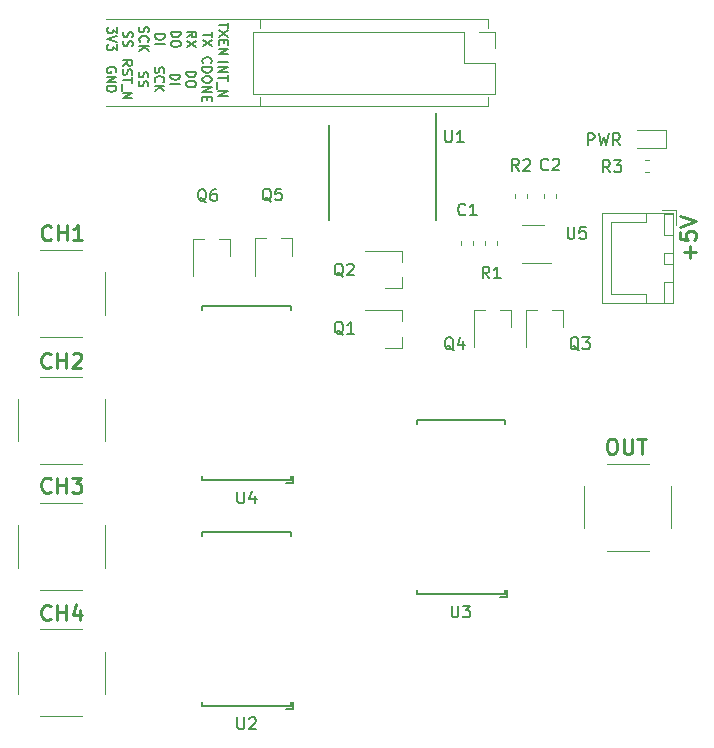
<source format=gbr>
G04 #@! TF.GenerationSoftware,KiCad,Pcbnew,(5.1.2)-2*
G04 #@! TF.CreationDate,2019-07-30T15:31:29+08:00*
G04 #@! TF.ProjectId,HF3,4846332e-6b69-4636-9164-5f7063625858,rev?*
G04 #@! TF.SameCoordinates,Original*
G04 #@! TF.FileFunction,Legend,Top*
G04 #@! TF.FilePolarity,Positive*
%FSLAX46Y46*%
G04 Gerber Fmt 4.6, Leading zero omitted, Abs format (unit mm)*
G04 Created by KiCad (PCBNEW (5.1.2)-2) date 2019-07-30 15:31:29*
%MOMM*%
%LPD*%
G04 APERTURE LIST*
%ADD10C,0.120000*%
%ADD11C,0.150000*%
%ADD12C,0.250000*%
G04 APERTURE END LIST*
D10*
X156972000Y-91948000D02*
X156972000Y-91236800D01*
X176326800Y-91998800D02*
X176326800Y-91236800D01*
X143916400Y-91998800D02*
X176326800Y-91998800D01*
X157022800Y-84683600D02*
X157022800Y-85445600D01*
X176326800Y-84632800D02*
X176326800Y-85394800D01*
X143916400Y-84632800D02*
X176326800Y-84632800D01*
D11*
X153461095Y-88315980D02*
X154261095Y-88315980D01*
X153461095Y-88696933D02*
X154261095Y-88696933D01*
X153461095Y-89154076D01*
X154261095Y-89154076D01*
X154261095Y-89420742D02*
X154261095Y-89877885D01*
X153461095Y-89649314D02*
X154261095Y-89649314D01*
X153384904Y-89954076D02*
X153384904Y-90563600D01*
X153461095Y-90754076D02*
X154261095Y-90754076D01*
X153461095Y-91211219D01*
X154261095Y-91211219D01*
X152187285Y-88411219D02*
X152149190Y-88373123D01*
X152111095Y-88258838D01*
X152111095Y-88182647D01*
X152149190Y-88068361D01*
X152225380Y-87992171D01*
X152301571Y-87954076D01*
X152453952Y-87915980D01*
X152568238Y-87915980D01*
X152720619Y-87954076D01*
X152796809Y-87992171D01*
X152873000Y-88068361D01*
X152911095Y-88182647D01*
X152911095Y-88258838D01*
X152873000Y-88373123D01*
X152834904Y-88411219D01*
X152111095Y-88754076D02*
X152911095Y-88754076D01*
X152911095Y-88944552D01*
X152873000Y-89058838D01*
X152796809Y-89135028D01*
X152720619Y-89173123D01*
X152568238Y-89211219D01*
X152453952Y-89211219D01*
X152301571Y-89173123D01*
X152225380Y-89135028D01*
X152149190Y-89058838D01*
X152111095Y-88944552D01*
X152111095Y-88754076D01*
X152911095Y-89706457D02*
X152911095Y-89858838D01*
X152873000Y-89935028D01*
X152796809Y-90011219D01*
X152644428Y-90049314D01*
X152377761Y-90049314D01*
X152225380Y-90011219D01*
X152149190Y-89935028D01*
X152111095Y-89858838D01*
X152111095Y-89706457D01*
X152149190Y-89630266D01*
X152225380Y-89554076D01*
X152377761Y-89515980D01*
X152644428Y-89515980D01*
X152796809Y-89554076D01*
X152873000Y-89630266D01*
X152911095Y-89706457D01*
X152111095Y-90392171D02*
X152911095Y-90392171D01*
X152111095Y-90849314D01*
X152911095Y-90849314D01*
X152530142Y-91230266D02*
X152530142Y-91496933D01*
X152111095Y-91611219D02*
X152111095Y-91230266D01*
X152911095Y-91230266D01*
X152911095Y-91611219D01*
X150761095Y-89135028D02*
X151561095Y-89135028D01*
X151561095Y-89325504D01*
X151523000Y-89439790D01*
X151446809Y-89515980D01*
X151370619Y-89554076D01*
X151218238Y-89592171D01*
X151103952Y-89592171D01*
X150951571Y-89554076D01*
X150875380Y-89515980D01*
X150799190Y-89439790D01*
X150761095Y-89325504D01*
X150761095Y-89135028D01*
X151561095Y-90087409D02*
X151561095Y-90239790D01*
X151523000Y-90315980D01*
X151446809Y-90392171D01*
X151294428Y-90430266D01*
X151027761Y-90430266D01*
X150875380Y-90392171D01*
X150799190Y-90315980D01*
X150761095Y-90239790D01*
X150761095Y-90087409D01*
X150799190Y-90011219D01*
X150875380Y-89935028D01*
X151027761Y-89896933D01*
X151294428Y-89896933D01*
X151446809Y-89935028D01*
X151523000Y-90011219D01*
X151561095Y-90087409D01*
X149411095Y-89363600D02*
X150211095Y-89363600D01*
X150211095Y-89554076D01*
X150173000Y-89668361D01*
X150096809Y-89744552D01*
X150020619Y-89782647D01*
X149868238Y-89820742D01*
X149753952Y-89820742D01*
X149601571Y-89782647D01*
X149525380Y-89744552D01*
X149449190Y-89668361D01*
X149411095Y-89554076D01*
X149411095Y-89363600D01*
X149411095Y-90163600D02*
X150211095Y-90163600D01*
X148099190Y-88735028D02*
X148061095Y-88849314D01*
X148061095Y-89039790D01*
X148099190Y-89115980D01*
X148137285Y-89154076D01*
X148213476Y-89192171D01*
X148289666Y-89192171D01*
X148365857Y-89154076D01*
X148403952Y-89115980D01*
X148442047Y-89039790D01*
X148480142Y-88887409D01*
X148518238Y-88811219D01*
X148556333Y-88773123D01*
X148632523Y-88735028D01*
X148708714Y-88735028D01*
X148784904Y-88773123D01*
X148823000Y-88811219D01*
X148861095Y-88887409D01*
X148861095Y-89077885D01*
X148823000Y-89192171D01*
X148137285Y-89992171D02*
X148099190Y-89954076D01*
X148061095Y-89839790D01*
X148061095Y-89763600D01*
X148099190Y-89649314D01*
X148175380Y-89573123D01*
X148251571Y-89535028D01*
X148403952Y-89496933D01*
X148518238Y-89496933D01*
X148670619Y-89535028D01*
X148746809Y-89573123D01*
X148823000Y-89649314D01*
X148861095Y-89763600D01*
X148861095Y-89839790D01*
X148823000Y-89954076D01*
X148784904Y-89992171D01*
X148061095Y-90335028D02*
X148861095Y-90335028D01*
X148061095Y-90792171D02*
X148518238Y-90449314D01*
X148861095Y-90792171D02*
X148403952Y-90335028D01*
X146749190Y-89154076D02*
X146711095Y-89268361D01*
X146711095Y-89458838D01*
X146749190Y-89535028D01*
X146787285Y-89573123D01*
X146863476Y-89611219D01*
X146939666Y-89611219D01*
X147015857Y-89573123D01*
X147053952Y-89535028D01*
X147092047Y-89458838D01*
X147130142Y-89306457D01*
X147168238Y-89230266D01*
X147206333Y-89192171D01*
X147282523Y-89154076D01*
X147358714Y-89154076D01*
X147434904Y-89192171D01*
X147473000Y-89230266D01*
X147511095Y-89306457D01*
X147511095Y-89496933D01*
X147473000Y-89611219D01*
X146749190Y-89915980D02*
X146711095Y-90030266D01*
X146711095Y-90220742D01*
X146749190Y-90296933D01*
X146787285Y-90335028D01*
X146863476Y-90373123D01*
X146939666Y-90373123D01*
X147015857Y-90335028D01*
X147053952Y-90296933D01*
X147092047Y-90220742D01*
X147130142Y-90068361D01*
X147168238Y-89992171D01*
X147206333Y-89954076D01*
X147282523Y-89915980D01*
X147358714Y-89915980D01*
X147434904Y-89954076D01*
X147473000Y-89992171D01*
X147511095Y-90068361D01*
X147511095Y-90258838D01*
X147473000Y-90373123D01*
X145361095Y-88601695D02*
X145742047Y-88335028D01*
X145361095Y-88144552D02*
X146161095Y-88144552D01*
X146161095Y-88449314D01*
X146123000Y-88525504D01*
X146084904Y-88563600D01*
X146008714Y-88601695D01*
X145894428Y-88601695D01*
X145818238Y-88563600D01*
X145780142Y-88525504D01*
X145742047Y-88449314D01*
X145742047Y-88144552D01*
X145399190Y-88906457D02*
X145361095Y-89020742D01*
X145361095Y-89211219D01*
X145399190Y-89287409D01*
X145437285Y-89325504D01*
X145513476Y-89363600D01*
X145589666Y-89363600D01*
X145665857Y-89325504D01*
X145703952Y-89287409D01*
X145742047Y-89211219D01*
X145780142Y-89058838D01*
X145818238Y-88982647D01*
X145856333Y-88944552D01*
X145932523Y-88906457D01*
X146008714Y-88906457D01*
X146084904Y-88944552D01*
X146123000Y-88982647D01*
X146161095Y-89058838D01*
X146161095Y-89249314D01*
X146123000Y-89363600D01*
X146161095Y-89592171D02*
X146161095Y-90049314D01*
X145361095Y-89820742D02*
X146161095Y-89820742D01*
X145284904Y-90125504D02*
X145284904Y-90735028D01*
X145361095Y-90925504D02*
X146161095Y-90925504D01*
X145361095Y-91382647D01*
X146161095Y-91382647D01*
X144773000Y-89154076D02*
X144811095Y-89077885D01*
X144811095Y-88963600D01*
X144773000Y-88849314D01*
X144696809Y-88773123D01*
X144620619Y-88735028D01*
X144468238Y-88696933D01*
X144353952Y-88696933D01*
X144201571Y-88735028D01*
X144125380Y-88773123D01*
X144049190Y-88849314D01*
X144011095Y-88963600D01*
X144011095Y-89039790D01*
X144049190Y-89154076D01*
X144087285Y-89192171D01*
X144353952Y-89192171D01*
X144353952Y-89039790D01*
X144011095Y-89535028D02*
X144811095Y-89535028D01*
X144011095Y-89992171D01*
X144811095Y-89992171D01*
X144011095Y-90373123D02*
X144811095Y-90373123D01*
X144811095Y-90563600D01*
X144773000Y-90677885D01*
X144696809Y-90754076D01*
X144620619Y-90792171D01*
X144468238Y-90830266D01*
X144353952Y-90830266D01*
X144201571Y-90792171D01*
X144125380Y-90754076D01*
X144049190Y-90677885D01*
X144011095Y-90563600D01*
X144011095Y-90373123D01*
X154311895Y-84969523D02*
X154311895Y-85426666D01*
X153511895Y-85198095D02*
X154311895Y-85198095D01*
X154311895Y-85617142D02*
X153511895Y-86150476D01*
X154311895Y-86150476D02*
X153511895Y-85617142D01*
X153930942Y-86455238D02*
X153930942Y-86721904D01*
X153511895Y-86836190D02*
X153511895Y-86455238D01*
X154311895Y-86455238D01*
X154311895Y-86836190D01*
X153511895Y-87179047D02*
X154311895Y-87179047D01*
X153511895Y-87636190D01*
X154311895Y-87636190D01*
X152961895Y-85750476D02*
X152961895Y-86207619D01*
X152161895Y-85979047D02*
X152961895Y-85979047D01*
X152961895Y-86398095D02*
X152161895Y-86931428D01*
X152961895Y-86931428D02*
X152161895Y-86398095D01*
X150811895Y-86226666D02*
X151192847Y-85960000D01*
X150811895Y-85769523D02*
X151611895Y-85769523D01*
X151611895Y-86074285D01*
X151573800Y-86150476D01*
X151535704Y-86188571D01*
X151459514Y-86226666D01*
X151345228Y-86226666D01*
X151269038Y-86188571D01*
X151230942Y-86150476D01*
X151192847Y-86074285D01*
X151192847Y-85769523D01*
X151611895Y-86493333D02*
X150811895Y-87026666D01*
X151611895Y-87026666D02*
X150811895Y-86493333D01*
X149461895Y-85731428D02*
X150261895Y-85731428D01*
X150261895Y-85921904D01*
X150223800Y-86036190D01*
X150147609Y-86112380D01*
X150071419Y-86150476D01*
X149919038Y-86188571D01*
X149804752Y-86188571D01*
X149652371Y-86150476D01*
X149576180Y-86112380D01*
X149499990Y-86036190D01*
X149461895Y-85921904D01*
X149461895Y-85731428D01*
X150261895Y-86683809D02*
X150261895Y-86836190D01*
X150223800Y-86912380D01*
X150147609Y-86988571D01*
X149995228Y-87026666D01*
X149728561Y-87026666D01*
X149576180Y-86988571D01*
X149499990Y-86912380D01*
X149461895Y-86836190D01*
X149461895Y-86683809D01*
X149499990Y-86607619D01*
X149576180Y-86531428D01*
X149728561Y-86493333D01*
X149995228Y-86493333D01*
X150147609Y-86531428D01*
X150223800Y-86607619D01*
X150261895Y-86683809D01*
X148111895Y-85960000D02*
X148911895Y-85960000D01*
X148911895Y-86150476D01*
X148873800Y-86264761D01*
X148797609Y-86340952D01*
X148721419Y-86379047D01*
X148569038Y-86417142D01*
X148454752Y-86417142D01*
X148302371Y-86379047D01*
X148226180Y-86340952D01*
X148149990Y-86264761D01*
X148111895Y-86150476D01*
X148111895Y-85960000D01*
X148111895Y-86760000D02*
X148911895Y-86760000D01*
X146799990Y-85331428D02*
X146761895Y-85445714D01*
X146761895Y-85636190D01*
X146799990Y-85712380D01*
X146838085Y-85750476D01*
X146914276Y-85788571D01*
X146990466Y-85788571D01*
X147066657Y-85750476D01*
X147104752Y-85712380D01*
X147142847Y-85636190D01*
X147180942Y-85483809D01*
X147219038Y-85407619D01*
X147257133Y-85369523D01*
X147333323Y-85331428D01*
X147409514Y-85331428D01*
X147485704Y-85369523D01*
X147523800Y-85407619D01*
X147561895Y-85483809D01*
X147561895Y-85674285D01*
X147523800Y-85788571D01*
X146838085Y-86588571D02*
X146799990Y-86550476D01*
X146761895Y-86436190D01*
X146761895Y-86360000D01*
X146799990Y-86245714D01*
X146876180Y-86169523D01*
X146952371Y-86131428D01*
X147104752Y-86093333D01*
X147219038Y-86093333D01*
X147371419Y-86131428D01*
X147447609Y-86169523D01*
X147523800Y-86245714D01*
X147561895Y-86360000D01*
X147561895Y-86436190D01*
X147523800Y-86550476D01*
X147485704Y-86588571D01*
X146761895Y-86931428D02*
X147561895Y-86931428D01*
X146761895Y-87388571D02*
X147219038Y-87045714D01*
X147561895Y-87388571D02*
X147104752Y-86931428D01*
X145449990Y-85750476D02*
X145411895Y-85864761D01*
X145411895Y-86055238D01*
X145449990Y-86131428D01*
X145488085Y-86169523D01*
X145564276Y-86207619D01*
X145640466Y-86207619D01*
X145716657Y-86169523D01*
X145754752Y-86131428D01*
X145792847Y-86055238D01*
X145830942Y-85902857D01*
X145869038Y-85826666D01*
X145907133Y-85788571D01*
X145983323Y-85750476D01*
X146059514Y-85750476D01*
X146135704Y-85788571D01*
X146173800Y-85826666D01*
X146211895Y-85902857D01*
X146211895Y-86093333D01*
X146173800Y-86207619D01*
X145449990Y-86512380D02*
X145411895Y-86626666D01*
X145411895Y-86817142D01*
X145449990Y-86893333D01*
X145488085Y-86931428D01*
X145564276Y-86969523D01*
X145640466Y-86969523D01*
X145716657Y-86931428D01*
X145754752Y-86893333D01*
X145792847Y-86817142D01*
X145830942Y-86664761D01*
X145869038Y-86588571D01*
X145907133Y-86550476D01*
X145983323Y-86512380D01*
X146059514Y-86512380D01*
X146135704Y-86550476D01*
X146173800Y-86588571D01*
X146211895Y-86664761D01*
X146211895Y-86855238D01*
X146173800Y-86969523D01*
X144861895Y-85369523D02*
X144861895Y-85864761D01*
X144557133Y-85598095D01*
X144557133Y-85712380D01*
X144519038Y-85788571D01*
X144480942Y-85826666D01*
X144404752Y-85864761D01*
X144214276Y-85864761D01*
X144138085Y-85826666D01*
X144099990Y-85788571D01*
X144061895Y-85712380D01*
X144061895Y-85483809D01*
X144099990Y-85407619D01*
X144138085Y-85369523D01*
X144861895Y-86093333D02*
X144061895Y-86360000D01*
X144861895Y-86626666D01*
X144861895Y-86817142D02*
X144861895Y-87312380D01*
X144557133Y-87045714D01*
X144557133Y-87160000D01*
X144519038Y-87236190D01*
X144480942Y-87274285D01*
X144404752Y-87312380D01*
X144214276Y-87312380D01*
X144138085Y-87274285D01*
X144099990Y-87236190D01*
X144061895Y-87160000D01*
X144061895Y-86931428D01*
X144099990Y-86855238D01*
X144138085Y-86817142D01*
D10*
X189555333Y-97588800D02*
X189897867Y-97588800D01*
X189555333Y-96568800D02*
X189897867Y-96568800D01*
X191372600Y-94083200D02*
X188912600Y-94083200D01*
X191372600Y-95553200D02*
X191372600Y-94083200D01*
X188912600Y-95553200D02*
X191372600Y-95553200D01*
X156429400Y-85792000D02*
X156429400Y-90992000D01*
X174269400Y-85792000D02*
X156429400Y-85792000D01*
X176869400Y-90992000D02*
X156429400Y-90992000D01*
X174269400Y-85792000D02*
X174269400Y-88392000D01*
X174269400Y-88392000D02*
X176869400Y-88392000D01*
X176869400Y-88392000D02*
X176869400Y-90992000D01*
X175539400Y-85792000D02*
X176869400Y-85792000D01*
X176869400Y-85792000D02*
X176869400Y-87122000D01*
X154437200Y-103278400D02*
X154437200Y-104738400D01*
X151277200Y-103278400D02*
X151277200Y-106438400D01*
X151277200Y-103278400D02*
X152207200Y-103278400D01*
X154437200Y-103278400D02*
X153507200Y-103278400D01*
X159720400Y-103227600D02*
X159720400Y-104687600D01*
X156560400Y-103227600D02*
X156560400Y-106387600D01*
X156560400Y-103227600D02*
X157490400Y-103227600D01*
X159720400Y-103227600D02*
X158790400Y-103227600D01*
X178262400Y-109298200D02*
X178262400Y-110758200D01*
X175102400Y-109298200D02*
X175102400Y-112458200D01*
X175102400Y-109298200D02*
X176032400Y-109298200D01*
X178262400Y-109298200D02*
X177332400Y-109298200D01*
X182656600Y-109298200D02*
X182656600Y-110758200D01*
X179496600Y-109298200D02*
X179496600Y-112458200D01*
X179496600Y-109298200D02*
X180426600Y-109298200D01*
X182656600Y-109298200D02*
X181726600Y-109298200D01*
X169035000Y-107472600D02*
X167575000Y-107472600D01*
X169035000Y-104312600D02*
X165875000Y-104312600D01*
X169035000Y-104312600D02*
X169035000Y-105242600D01*
X169035000Y-107472600D02*
X169035000Y-106542600D01*
X169035000Y-112501800D02*
X167575000Y-112501800D01*
X169035000Y-109341800D02*
X165875000Y-109341800D01*
X169035000Y-109341800D02*
X169035000Y-110271800D01*
X169035000Y-112501800D02*
X169035000Y-111571800D01*
X175058800Y-103460733D02*
X175058800Y-103803267D01*
X174038800Y-103460733D02*
X174038800Y-103803267D01*
X181049200Y-99472933D02*
X181049200Y-99815467D01*
X182069200Y-99472933D02*
X182069200Y-99815467D01*
X191944000Y-101122800D02*
X185974000Y-101122800D01*
X185974000Y-101122800D02*
X185974000Y-108742800D01*
X185974000Y-108742800D02*
X191944000Y-108742800D01*
X191944000Y-108742800D02*
X191944000Y-101122800D01*
X191934000Y-104432800D02*
X191184000Y-104432800D01*
X191184000Y-104432800D02*
X191184000Y-105432800D01*
X191184000Y-105432800D02*
X191934000Y-105432800D01*
X191934000Y-105432800D02*
X191934000Y-104432800D01*
X191934000Y-101132800D02*
X191184000Y-101132800D01*
X191184000Y-101132800D02*
X191184000Y-102932800D01*
X191184000Y-102932800D02*
X191934000Y-102932800D01*
X191934000Y-102932800D02*
X191934000Y-101132800D01*
X191934000Y-106932800D02*
X191184000Y-106932800D01*
X191184000Y-106932800D02*
X191184000Y-108732800D01*
X191184000Y-108732800D02*
X191934000Y-108732800D01*
X191934000Y-108732800D02*
X191934000Y-106932800D01*
X189684000Y-101132800D02*
X189684000Y-101882800D01*
X189684000Y-101882800D02*
X186734000Y-101882800D01*
X186734000Y-101882800D02*
X186734000Y-104932800D01*
X189684000Y-108732800D02*
X189684000Y-107982800D01*
X189684000Y-107982800D02*
X186734000Y-107982800D01*
X186734000Y-107982800D02*
X186734000Y-104932800D01*
X192234000Y-102082800D02*
X192234000Y-100832800D01*
X192234000Y-100832800D02*
X190984000Y-100832800D01*
X138357200Y-136350200D02*
X141957200Y-136350200D01*
X138357200Y-143710200D02*
X141957200Y-143710200D01*
X143837200Y-138230200D02*
X143837200Y-141830200D01*
X136477200Y-138230200D02*
X136477200Y-141830200D01*
X136477200Y-127528332D02*
X136477200Y-131128332D01*
X143837200Y-127528332D02*
X143837200Y-131128332D01*
X138357200Y-133008332D02*
X141957200Y-133008332D01*
X138357200Y-125648332D02*
X141957200Y-125648332D01*
X186337800Y-122304000D02*
X189937800Y-122304000D01*
X186337800Y-129664000D02*
X189937800Y-129664000D01*
X191817800Y-124184000D02*
X191817800Y-127784000D01*
X184457800Y-124184000D02*
X184457800Y-127784000D01*
X141957200Y-122306466D02*
X138357200Y-122306466D01*
X141957200Y-114946466D02*
X138357200Y-114946466D01*
X136477200Y-120426466D02*
X136477200Y-116826466D01*
X143837200Y-120426466D02*
X143837200Y-116826466D01*
X143837200Y-109724600D02*
X143837200Y-106124600D01*
X136477200Y-109724600D02*
X136477200Y-106124600D01*
X141957200Y-104244600D02*
X138357200Y-104244600D01*
X141957200Y-111604600D02*
X138357200Y-111604600D01*
X177040000Y-103803267D02*
X177040000Y-103460733D01*
X176020000Y-103803267D02*
X176020000Y-103460733D01*
X178560000Y-99840867D02*
X178560000Y-99498333D01*
X179580000Y-99840867D02*
X179580000Y-99498333D01*
D11*
X171860600Y-92637600D02*
X171860600Y-101637600D01*
X162860600Y-93637600D02*
X162860600Y-101637600D01*
X159305200Y-143058200D02*
X159205200Y-143058200D01*
X152105200Y-128358200D02*
X152105200Y-128458200D01*
X159605200Y-128058200D02*
X159605200Y-128458200D01*
X152105200Y-128058200D02*
X159605200Y-128058200D01*
X152105200Y-128358200D02*
X152105200Y-128058200D01*
X159805200Y-143058200D02*
X159305200Y-143058200D01*
X159805200Y-142458200D02*
X159805200Y-143058200D01*
X159605200Y-142858200D02*
X159605200Y-142458200D01*
X152105200Y-142858200D02*
X159605200Y-142858200D01*
X152105200Y-142458200D02*
X152105200Y-142858200D01*
X177440800Y-133584000D02*
X177340800Y-133584000D01*
X170240800Y-118884000D02*
X170240800Y-118984000D01*
X177740800Y-118584000D02*
X177740800Y-118984000D01*
X170240800Y-118584000D02*
X177740800Y-118584000D01*
X170240800Y-118884000D02*
X170240800Y-118584000D01*
X177940800Y-133584000D02*
X177440800Y-133584000D01*
X177940800Y-132984000D02*
X177940800Y-133584000D01*
X177740800Y-133384000D02*
X177740800Y-132984000D01*
X170240800Y-133384000D02*
X177740800Y-133384000D01*
X170240800Y-132984000D02*
X170240800Y-133384000D01*
X152105200Y-123332000D02*
X152105200Y-123732000D01*
X152105200Y-123732000D02*
X159605200Y-123732000D01*
X159605200Y-123732000D02*
X159605200Y-123332000D01*
X159805200Y-123332000D02*
X159805200Y-123932000D01*
X159805200Y-123932000D02*
X159305200Y-123932000D01*
X152105200Y-109232000D02*
X152105200Y-108932000D01*
X152105200Y-108932000D02*
X159605200Y-108932000D01*
X159605200Y-108932000D02*
X159605200Y-109332000D01*
X152105200Y-109232000D02*
X152105200Y-109332000D01*
X159305200Y-123932000D02*
X159205200Y-123932000D01*
D10*
X181007600Y-102088000D02*
X179207600Y-102088000D01*
X179207600Y-105308000D02*
X181657600Y-105308000D01*
D11*
X186624933Y-97632780D02*
X186291600Y-97156590D01*
X186053504Y-97632780D02*
X186053504Y-96632780D01*
X186434457Y-96632780D01*
X186529695Y-96680400D01*
X186577314Y-96728019D01*
X186624933Y-96823257D01*
X186624933Y-96966114D01*
X186577314Y-97061352D01*
X186529695Y-97108971D01*
X186434457Y-97156590D01*
X186053504Y-97156590D01*
X186958266Y-96632780D02*
X187577314Y-96632780D01*
X187243980Y-97013733D01*
X187386838Y-97013733D01*
X187482076Y-97061352D01*
X187529695Y-97108971D01*
X187577314Y-97204209D01*
X187577314Y-97442304D01*
X187529695Y-97537542D01*
X187482076Y-97585161D01*
X187386838Y-97632780D01*
X187101123Y-97632780D01*
X187005885Y-97585161D01*
X186958266Y-97537542D01*
X184747066Y-95346780D02*
X184747066Y-94346780D01*
X185128019Y-94346780D01*
X185223257Y-94394400D01*
X185270876Y-94442019D01*
X185318495Y-94537257D01*
X185318495Y-94680114D01*
X185270876Y-94775352D01*
X185223257Y-94822971D01*
X185128019Y-94870590D01*
X184747066Y-94870590D01*
X185651828Y-94346780D02*
X185889923Y-95346780D01*
X186080400Y-94632495D01*
X186270876Y-95346780D01*
X186508971Y-94346780D01*
X187461352Y-95346780D02*
X187128019Y-94870590D01*
X186889923Y-95346780D02*
X186889923Y-94346780D01*
X187270876Y-94346780D01*
X187366114Y-94394400D01*
X187413733Y-94442019D01*
X187461352Y-94537257D01*
X187461352Y-94680114D01*
X187413733Y-94775352D01*
X187366114Y-94822971D01*
X187270876Y-94870590D01*
X186889923Y-94870590D01*
X152457161Y-100166419D02*
X152361923Y-100118800D01*
X152266685Y-100023561D01*
X152123828Y-99880704D01*
X152028590Y-99833085D01*
X151933352Y-99833085D01*
X151980971Y-100071180D02*
X151885733Y-100023561D01*
X151790495Y-99928323D01*
X151742876Y-99737847D01*
X151742876Y-99404514D01*
X151790495Y-99214038D01*
X151885733Y-99118800D01*
X151980971Y-99071180D01*
X152171447Y-99071180D01*
X152266685Y-99118800D01*
X152361923Y-99214038D01*
X152409542Y-99404514D01*
X152409542Y-99737847D01*
X152361923Y-99928323D01*
X152266685Y-100023561D01*
X152171447Y-100071180D01*
X151980971Y-100071180D01*
X153266685Y-99071180D02*
X153076209Y-99071180D01*
X152980971Y-99118800D01*
X152933352Y-99166419D01*
X152838114Y-99309276D01*
X152790495Y-99499752D01*
X152790495Y-99880704D01*
X152838114Y-99975942D01*
X152885733Y-100023561D01*
X152980971Y-100071180D01*
X153171447Y-100071180D01*
X153266685Y-100023561D01*
X153314304Y-99975942D01*
X153361923Y-99880704D01*
X153361923Y-99642609D01*
X153314304Y-99547371D01*
X153266685Y-99499752D01*
X153171447Y-99452133D01*
X152980971Y-99452133D01*
X152885733Y-99499752D01*
X152838114Y-99547371D01*
X152790495Y-99642609D01*
X157943561Y-100115619D02*
X157848323Y-100068000D01*
X157753085Y-99972761D01*
X157610228Y-99829904D01*
X157514990Y-99782285D01*
X157419752Y-99782285D01*
X157467371Y-100020380D02*
X157372133Y-99972761D01*
X157276895Y-99877523D01*
X157229276Y-99687047D01*
X157229276Y-99353714D01*
X157276895Y-99163238D01*
X157372133Y-99068000D01*
X157467371Y-99020380D01*
X157657847Y-99020380D01*
X157753085Y-99068000D01*
X157848323Y-99163238D01*
X157895942Y-99353714D01*
X157895942Y-99687047D01*
X157848323Y-99877523D01*
X157753085Y-99972761D01*
X157657847Y-100020380D01*
X157467371Y-100020380D01*
X158800704Y-99020380D02*
X158324514Y-99020380D01*
X158276895Y-99496571D01*
X158324514Y-99448952D01*
X158419752Y-99401333D01*
X158657847Y-99401333D01*
X158753085Y-99448952D01*
X158800704Y-99496571D01*
X158848323Y-99591809D01*
X158848323Y-99829904D01*
X158800704Y-99925142D01*
X158753085Y-99972761D01*
X158657847Y-100020380D01*
X158419752Y-100020380D01*
X158324514Y-99972761D01*
X158276895Y-99925142D01*
X173386761Y-112714019D02*
X173291523Y-112666400D01*
X173196285Y-112571161D01*
X173053428Y-112428304D01*
X172958190Y-112380685D01*
X172862952Y-112380685D01*
X172910571Y-112618780D02*
X172815333Y-112571161D01*
X172720095Y-112475923D01*
X172672476Y-112285447D01*
X172672476Y-111952114D01*
X172720095Y-111761638D01*
X172815333Y-111666400D01*
X172910571Y-111618780D01*
X173101047Y-111618780D01*
X173196285Y-111666400D01*
X173291523Y-111761638D01*
X173339142Y-111952114D01*
X173339142Y-112285447D01*
X173291523Y-112475923D01*
X173196285Y-112571161D01*
X173101047Y-112618780D01*
X172910571Y-112618780D01*
X174196285Y-111952114D02*
X174196285Y-112618780D01*
X173958190Y-111571161D02*
X173720095Y-112285447D01*
X174339142Y-112285447D01*
X184003961Y-112714019D02*
X183908723Y-112666400D01*
X183813485Y-112571161D01*
X183670628Y-112428304D01*
X183575390Y-112380685D01*
X183480152Y-112380685D01*
X183527771Y-112618780D02*
X183432533Y-112571161D01*
X183337295Y-112475923D01*
X183289676Y-112285447D01*
X183289676Y-111952114D01*
X183337295Y-111761638D01*
X183432533Y-111666400D01*
X183527771Y-111618780D01*
X183718247Y-111618780D01*
X183813485Y-111666400D01*
X183908723Y-111761638D01*
X183956342Y-111952114D01*
X183956342Y-112285447D01*
X183908723Y-112475923D01*
X183813485Y-112571161D01*
X183718247Y-112618780D01*
X183527771Y-112618780D01*
X184289676Y-111618780D02*
X184908723Y-111618780D01*
X184575390Y-111999733D01*
X184718247Y-111999733D01*
X184813485Y-112047352D01*
X184861104Y-112094971D01*
X184908723Y-112190209D01*
X184908723Y-112428304D01*
X184861104Y-112523542D01*
X184813485Y-112571161D01*
X184718247Y-112618780D01*
X184432533Y-112618780D01*
X184337295Y-112571161D01*
X184289676Y-112523542D01*
X164039561Y-106465619D02*
X163944323Y-106418000D01*
X163849085Y-106322761D01*
X163706228Y-106179904D01*
X163610990Y-106132285D01*
X163515752Y-106132285D01*
X163563371Y-106370380D02*
X163468133Y-106322761D01*
X163372895Y-106227523D01*
X163325276Y-106037047D01*
X163325276Y-105703714D01*
X163372895Y-105513238D01*
X163468133Y-105418000D01*
X163563371Y-105370380D01*
X163753847Y-105370380D01*
X163849085Y-105418000D01*
X163944323Y-105513238D01*
X163991942Y-105703714D01*
X163991942Y-106037047D01*
X163944323Y-106227523D01*
X163849085Y-106322761D01*
X163753847Y-106370380D01*
X163563371Y-106370380D01*
X164372895Y-105465619D02*
X164420514Y-105418000D01*
X164515752Y-105370380D01*
X164753847Y-105370380D01*
X164849085Y-105418000D01*
X164896704Y-105465619D01*
X164944323Y-105560857D01*
X164944323Y-105656095D01*
X164896704Y-105798952D01*
X164325276Y-106370380D01*
X164944323Y-106370380D01*
X164039561Y-111393219D02*
X163944323Y-111345600D01*
X163849085Y-111250361D01*
X163706228Y-111107504D01*
X163610990Y-111059885D01*
X163515752Y-111059885D01*
X163563371Y-111297980D02*
X163468133Y-111250361D01*
X163372895Y-111155123D01*
X163325276Y-110964647D01*
X163325276Y-110631314D01*
X163372895Y-110440838D01*
X163468133Y-110345600D01*
X163563371Y-110297980D01*
X163753847Y-110297980D01*
X163849085Y-110345600D01*
X163944323Y-110440838D01*
X163991942Y-110631314D01*
X163991942Y-110964647D01*
X163944323Y-111155123D01*
X163849085Y-111250361D01*
X163753847Y-111297980D01*
X163563371Y-111297980D01*
X164944323Y-111297980D02*
X164372895Y-111297980D01*
X164658609Y-111297980D02*
X164658609Y-110297980D01*
X164563371Y-110440838D01*
X164468133Y-110536076D01*
X164372895Y-110583695D01*
X174382133Y-101195142D02*
X174334514Y-101242761D01*
X174191657Y-101290380D01*
X174096419Y-101290380D01*
X173953561Y-101242761D01*
X173858323Y-101147523D01*
X173810704Y-101052285D01*
X173763085Y-100861809D01*
X173763085Y-100718952D01*
X173810704Y-100528476D01*
X173858323Y-100433238D01*
X173953561Y-100338000D01*
X174096419Y-100290380D01*
X174191657Y-100290380D01*
X174334514Y-100338000D01*
X174382133Y-100385619D01*
X175334514Y-101290380D02*
X174763085Y-101290380D01*
X175048800Y-101290380D02*
X175048800Y-100290380D01*
X174953561Y-100433238D01*
X174858323Y-100528476D01*
X174763085Y-100576095D01*
X181392533Y-97385142D02*
X181344914Y-97432761D01*
X181202057Y-97480380D01*
X181106819Y-97480380D01*
X180963961Y-97432761D01*
X180868723Y-97337523D01*
X180821104Y-97242285D01*
X180773485Y-97051809D01*
X180773485Y-96908952D01*
X180821104Y-96718476D01*
X180868723Y-96623238D01*
X180963961Y-96528000D01*
X181106819Y-96480380D01*
X181202057Y-96480380D01*
X181344914Y-96528000D01*
X181392533Y-96575619D01*
X181773485Y-96575619D02*
X181821104Y-96528000D01*
X181916342Y-96480380D01*
X182154438Y-96480380D01*
X182249676Y-96528000D01*
X182297295Y-96575619D01*
X182344914Y-96670857D01*
X182344914Y-96766095D01*
X182297295Y-96908952D01*
X181725866Y-97480380D01*
X182344914Y-97480380D01*
D12*
X193386857Y-104897028D02*
X193386857Y-103906552D01*
X193882095Y-104401790D02*
X192891619Y-104401790D01*
X192582095Y-102668457D02*
X192582095Y-103287504D01*
X193201142Y-103349409D01*
X193139238Y-103287504D01*
X193077333Y-103163695D01*
X193077333Y-102854171D01*
X193139238Y-102730361D01*
X193201142Y-102668457D01*
X193324952Y-102606552D01*
X193634476Y-102606552D01*
X193758285Y-102668457D01*
X193820190Y-102730361D01*
X193882095Y-102854171D01*
X193882095Y-103163695D01*
X193820190Y-103287504D01*
X193758285Y-103349409D01*
X192582095Y-102235123D02*
X193882095Y-101801790D01*
X192582095Y-101368457D01*
X139259580Y-135439885D02*
X139197676Y-135501790D01*
X139011961Y-135563695D01*
X138888152Y-135563695D01*
X138702438Y-135501790D01*
X138578628Y-135377980D01*
X138516723Y-135254171D01*
X138454819Y-135006552D01*
X138454819Y-134820838D01*
X138516723Y-134573219D01*
X138578628Y-134449409D01*
X138702438Y-134325600D01*
X138888152Y-134263695D01*
X139011961Y-134263695D01*
X139197676Y-134325600D01*
X139259580Y-134387504D01*
X139816723Y-135563695D02*
X139816723Y-134263695D01*
X139816723Y-134882742D02*
X140559580Y-134882742D01*
X140559580Y-135563695D02*
X140559580Y-134263695D01*
X141735771Y-134697028D02*
X141735771Y-135563695D01*
X141426247Y-134201790D02*
X141116723Y-135130361D01*
X141921485Y-135130361D01*
X139259580Y-124670285D02*
X139197676Y-124732190D01*
X139011961Y-124794095D01*
X138888152Y-124794095D01*
X138702438Y-124732190D01*
X138578628Y-124608380D01*
X138516723Y-124484571D01*
X138454819Y-124236952D01*
X138454819Y-124051238D01*
X138516723Y-123803619D01*
X138578628Y-123679809D01*
X138702438Y-123556000D01*
X138888152Y-123494095D01*
X139011961Y-123494095D01*
X139197676Y-123556000D01*
X139259580Y-123617904D01*
X139816723Y-124794095D02*
X139816723Y-123494095D01*
X139816723Y-124113142D02*
X140559580Y-124113142D01*
X140559580Y-124794095D02*
X140559580Y-123494095D01*
X141054819Y-123494095D02*
X141859580Y-123494095D01*
X141426247Y-123989333D01*
X141611961Y-123989333D01*
X141735771Y-124051238D01*
X141797676Y-124113142D01*
X141859580Y-124236952D01*
X141859580Y-124546476D01*
X141797676Y-124670285D01*
X141735771Y-124732190D01*
X141611961Y-124794095D01*
X141240533Y-124794095D01*
X141116723Y-124732190D01*
X141054819Y-124670285D01*
X186660000Y-120192095D02*
X186907619Y-120192095D01*
X187031428Y-120254000D01*
X187155238Y-120377809D01*
X187217142Y-120625428D01*
X187217142Y-121058761D01*
X187155238Y-121306380D01*
X187031428Y-121430190D01*
X186907619Y-121492095D01*
X186660000Y-121492095D01*
X186536190Y-121430190D01*
X186412380Y-121306380D01*
X186350476Y-121058761D01*
X186350476Y-120625428D01*
X186412380Y-120377809D01*
X186536190Y-120254000D01*
X186660000Y-120192095D01*
X187774285Y-120192095D02*
X187774285Y-121244476D01*
X187836190Y-121368285D01*
X187898095Y-121430190D01*
X188021904Y-121492095D01*
X188269523Y-121492095D01*
X188393333Y-121430190D01*
X188455238Y-121368285D01*
X188517142Y-121244476D01*
X188517142Y-120192095D01*
X188950476Y-120192095D02*
X189693333Y-120192095D01*
X189321904Y-121492095D02*
X189321904Y-120192095D01*
X139259580Y-114103885D02*
X139197676Y-114165790D01*
X139011961Y-114227695D01*
X138888152Y-114227695D01*
X138702438Y-114165790D01*
X138578628Y-114041980D01*
X138516723Y-113918171D01*
X138454819Y-113670552D01*
X138454819Y-113484838D01*
X138516723Y-113237219D01*
X138578628Y-113113409D01*
X138702438Y-112989600D01*
X138888152Y-112927695D01*
X139011961Y-112927695D01*
X139197676Y-112989600D01*
X139259580Y-113051504D01*
X139816723Y-114227695D02*
X139816723Y-112927695D01*
X139816723Y-113546742D02*
X140559580Y-113546742D01*
X140559580Y-114227695D02*
X140559580Y-112927695D01*
X141116723Y-113051504D02*
X141178628Y-112989600D01*
X141302438Y-112927695D01*
X141611961Y-112927695D01*
X141735771Y-112989600D01*
X141797676Y-113051504D01*
X141859580Y-113175314D01*
X141859580Y-113299123D01*
X141797676Y-113484838D01*
X141054819Y-114227695D01*
X141859580Y-114227695D01*
X139310380Y-103283485D02*
X139248476Y-103345390D01*
X139062761Y-103407295D01*
X138938952Y-103407295D01*
X138753238Y-103345390D01*
X138629428Y-103221580D01*
X138567523Y-103097771D01*
X138505619Y-102850152D01*
X138505619Y-102664438D01*
X138567523Y-102416819D01*
X138629428Y-102293009D01*
X138753238Y-102169200D01*
X138938952Y-102107295D01*
X139062761Y-102107295D01*
X139248476Y-102169200D01*
X139310380Y-102231104D01*
X139867523Y-103407295D02*
X139867523Y-102107295D01*
X139867523Y-102726342D02*
X140610380Y-102726342D01*
X140610380Y-103407295D02*
X140610380Y-102107295D01*
X141910380Y-103407295D02*
X141167523Y-103407295D01*
X141538952Y-103407295D02*
X141538952Y-102107295D01*
X141415142Y-102293009D01*
X141291333Y-102416819D01*
X141167523Y-102478723D01*
D11*
X176414133Y-106624380D02*
X176080800Y-106148190D01*
X175842704Y-106624380D02*
X175842704Y-105624380D01*
X176223657Y-105624380D01*
X176318895Y-105672000D01*
X176366514Y-105719619D01*
X176414133Y-105814857D01*
X176414133Y-105957714D01*
X176366514Y-106052952D01*
X176318895Y-106100571D01*
X176223657Y-106148190D01*
X175842704Y-106148190D01*
X177366514Y-106624380D02*
X176795085Y-106624380D01*
X177080800Y-106624380D02*
X177080800Y-105624380D01*
X176985561Y-105767238D01*
X176890323Y-105862476D01*
X176795085Y-105910095D01*
X178903333Y-97531180D02*
X178570000Y-97054990D01*
X178331904Y-97531180D02*
X178331904Y-96531180D01*
X178712857Y-96531180D01*
X178808095Y-96578800D01*
X178855714Y-96626419D01*
X178903333Y-96721657D01*
X178903333Y-96864514D01*
X178855714Y-96959752D01*
X178808095Y-97007371D01*
X178712857Y-97054990D01*
X178331904Y-97054990D01*
X179284285Y-96626419D02*
X179331904Y-96578800D01*
X179427142Y-96531180D01*
X179665238Y-96531180D01*
X179760476Y-96578800D01*
X179808095Y-96626419D01*
X179855714Y-96721657D01*
X179855714Y-96816895D01*
X179808095Y-96959752D01*
X179236666Y-97531180D01*
X179855714Y-97531180D01*
X172669295Y-94092780D02*
X172669295Y-94902304D01*
X172716914Y-94997542D01*
X172764533Y-95045161D01*
X172859771Y-95092780D01*
X173050247Y-95092780D01*
X173145485Y-95045161D01*
X173193104Y-94997542D01*
X173240723Y-94902304D01*
X173240723Y-94092780D01*
X174240723Y-95092780D02*
X173669295Y-95092780D01*
X173955009Y-95092780D02*
X173955009Y-94092780D01*
X173859771Y-94235638D01*
X173764533Y-94330876D01*
X173669295Y-94378495D01*
X155083295Y-143800580D02*
X155083295Y-144610104D01*
X155130914Y-144705342D01*
X155178533Y-144752961D01*
X155273771Y-144800580D01*
X155464247Y-144800580D01*
X155559485Y-144752961D01*
X155607104Y-144705342D01*
X155654723Y-144610104D01*
X155654723Y-143800580D01*
X156083295Y-143895819D02*
X156130914Y-143848200D01*
X156226152Y-143800580D01*
X156464247Y-143800580D01*
X156559485Y-143848200D01*
X156607104Y-143895819D01*
X156654723Y-143991057D01*
X156654723Y-144086295D01*
X156607104Y-144229152D01*
X156035676Y-144800580D01*
X156654723Y-144800580D01*
X173218895Y-134326380D02*
X173218895Y-135135904D01*
X173266514Y-135231142D01*
X173314133Y-135278761D01*
X173409371Y-135326380D01*
X173599847Y-135326380D01*
X173695085Y-135278761D01*
X173742704Y-135231142D01*
X173790323Y-135135904D01*
X173790323Y-134326380D01*
X174171276Y-134326380D02*
X174790323Y-134326380D01*
X174456990Y-134707333D01*
X174599847Y-134707333D01*
X174695085Y-134754952D01*
X174742704Y-134802571D01*
X174790323Y-134897809D01*
X174790323Y-135135904D01*
X174742704Y-135231142D01*
X174695085Y-135278761D01*
X174599847Y-135326380D01*
X174314133Y-135326380D01*
X174218895Y-135278761D01*
X174171276Y-135231142D01*
X155083295Y-124674380D02*
X155083295Y-125483904D01*
X155130914Y-125579142D01*
X155178533Y-125626761D01*
X155273771Y-125674380D01*
X155464247Y-125674380D01*
X155559485Y-125626761D01*
X155607104Y-125579142D01*
X155654723Y-125483904D01*
X155654723Y-124674380D01*
X156559485Y-125007714D02*
X156559485Y-125674380D01*
X156321390Y-124626761D02*
X156083295Y-125341047D01*
X156702342Y-125341047D01*
X183032495Y-102271580D02*
X183032495Y-103081104D01*
X183080114Y-103176342D01*
X183127733Y-103223961D01*
X183222971Y-103271580D01*
X183413447Y-103271580D01*
X183508685Y-103223961D01*
X183556304Y-103176342D01*
X183603923Y-103081104D01*
X183603923Y-102271580D01*
X184556304Y-102271580D02*
X184080114Y-102271580D01*
X184032495Y-102747771D01*
X184080114Y-102700152D01*
X184175352Y-102652533D01*
X184413447Y-102652533D01*
X184508685Y-102700152D01*
X184556304Y-102747771D01*
X184603923Y-102843009D01*
X184603923Y-103081104D01*
X184556304Y-103176342D01*
X184508685Y-103223961D01*
X184413447Y-103271580D01*
X184175352Y-103271580D01*
X184080114Y-103223961D01*
X184032495Y-103176342D01*
M02*

</source>
